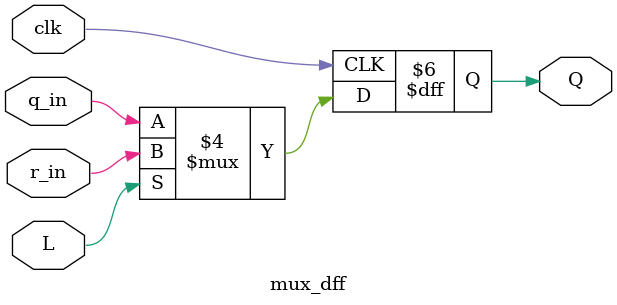
<source format=v>
module mux_dff (
	input clk,
	input L,
	input r_in,
	input q_in,
	output reg Q);
    always @(posedge clk)
        begin
            if(L==1'b0)
                Q<=q_in;
                else
               Q<=r_in;     
        end
endmodule

</source>
